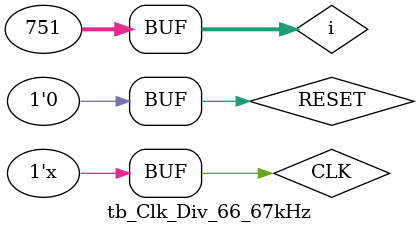
<source format=v>
`timescale 1ns / 1ps

module tb_Clk_Div_66_67kHz();
    parameter PERIOD = 10;
    parameter COUNT_FINAL = 10'b1011101110;
    integer i;
    
    reg CLK, RESET;
    wire CLK_OUT;
    
    
    Clk_Div_66_67kHz CLK_DIV_UUT (.CLK(CLK), .RESET(RESET), .CLK_OUT(CLK_OUT));
    
    initial 
        CLK = 1'b0;
    always #(PERIOD/2) CLK = ~CLK;
    
    initial begin
        RESET = 1'b1; 
        #(PERIOD) RESET = 1'b0;
        
        for (i = 0; i <= 750; i = i + 1) begin
            #(PERIOD);
        end
        
    end
endmodule

</source>
